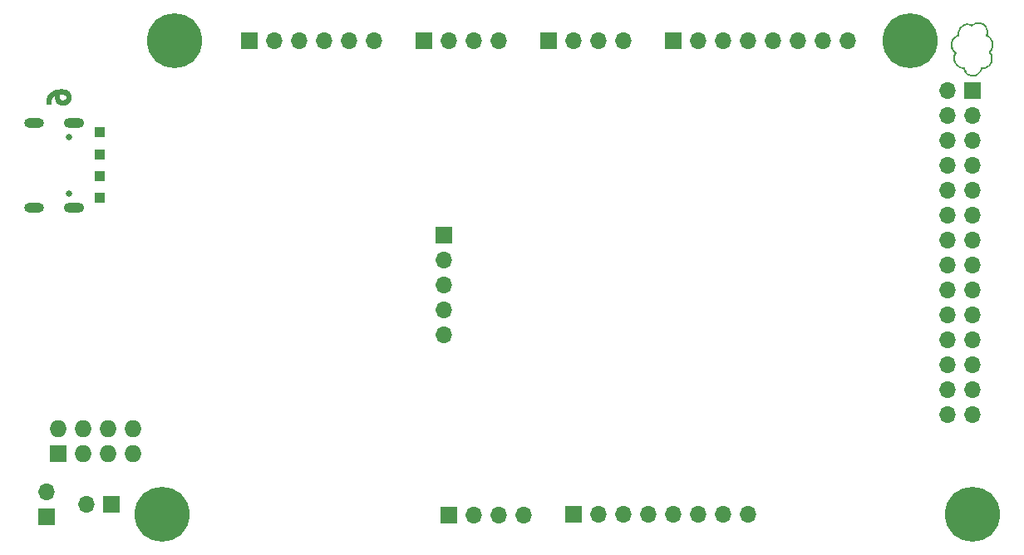
<source format=gbr>
G04 #@! TF.GenerationSoftware,KiCad,Pcbnew,5.1.10-88a1d61d58~90~ubuntu20.04.1*
G04 #@! TF.CreationDate,2021-10-17T22:22:07+02:00*
G04 #@! TF.ProjectId,PSLab,50534c61-622e-46b6-9963-61645f706362,v6.1*
G04 #@! TF.SameCoordinates,Original*
G04 #@! TF.FileFunction,Soldermask,Bot*
G04 #@! TF.FilePolarity,Negative*
%FSLAX46Y46*%
G04 Gerber Fmt 4.6, Leading zero omitted, Abs format (unit mm)*
G04 Created by KiCad (PCBNEW 5.1.10-88a1d61d58~90~ubuntu20.04.1) date 2021-10-17 22:22:07*
%MOMM*%
%LPD*%
G01*
G04 APERTURE LIST*
%ADD10C,0.010000*%
%ADD11O,1.700000X1.700000*%
%ADD12R,1.700000X1.700000*%
%ADD13R,1.000000X1.000000*%
%ADD14R,1.727200X1.727200*%
%ADD15O,1.727200X1.727200*%
%ADD16O,2.100000X1.000000*%
%ADD17O,2.000000X1.000000*%
%ADD18C,0.650000*%
%ADD19C,5.600000*%
G04 APERTURE END LIST*
D10*
G36*
X188169409Y-60888368D02*
G01*
X188285231Y-60918642D01*
X188394926Y-60963500D01*
X188497524Y-61022029D01*
X188592053Y-61093319D01*
X188677541Y-61176455D01*
X188753016Y-61270527D01*
X188817508Y-61374621D01*
X188870043Y-61487826D01*
X188909651Y-61609229D01*
X188929565Y-61700890D01*
X188937774Y-61769424D01*
X188940976Y-61847067D01*
X188939372Y-61928212D01*
X188933160Y-62007251D01*
X188922543Y-62078577D01*
X188914824Y-62112772D01*
X188894389Y-62190611D01*
X188928800Y-62203753D01*
X188964469Y-62220657D01*
X189008524Y-62246529D01*
X189057065Y-62278686D01*
X189106193Y-62314443D01*
X189152008Y-62351114D01*
X189183249Y-62378923D01*
X189270650Y-62473113D01*
X189345010Y-62577692D01*
X189405734Y-62691563D01*
X189452227Y-62813633D01*
X189480674Y-62925839D01*
X189489211Y-62985328D01*
X189494180Y-63055647D01*
X189495580Y-63131073D01*
X189493413Y-63205885D01*
X189487678Y-63274360D01*
X189480674Y-63319961D01*
X189450618Y-63435801D01*
X189407596Y-63548261D01*
X189353205Y-63654117D01*
X189289042Y-63750144D01*
X189236669Y-63812488D01*
X189190020Y-63862605D01*
X189245065Y-63943603D01*
X189311525Y-64053708D01*
X189362028Y-64165738D01*
X189397221Y-64281814D01*
X189417750Y-64404063D01*
X189424267Y-64531791D01*
X189417481Y-64664413D01*
X189396729Y-64788629D01*
X189361423Y-64906419D01*
X189310973Y-65019761D01*
X189246872Y-65127531D01*
X189209046Y-65178101D01*
X189161543Y-65232557D01*
X189108545Y-65286717D01*
X189054234Y-65336396D01*
X189002794Y-65377413D01*
X188984000Y-65390430D01*
X188883488Y-65447542D01*
X188776474Y-65491990D01*
X188665899Y-65522975D01*
X188554701Y-65539700D01*
X188445820Y-65541367D01*
X188431550Y-65540403D01*
X188395652Y-65537979D01*
X188373463Y-65537744D01*
X188361862Y-65540010D01*
X188357729Y-65545094D01*
X188357467Y-65547863D01*
X188354301Y-65567263D01*
X188345693Y-65598431D01*
X188332978Y-65637616D01*
X188317490Y-65681068D01*
X188300565Y-65725036D01*
X188283536Y-65765770D01*
X188268322Y-65798367D01*
X188203268Y-65909804D01*
X188126561Y-66009984D01*
X188039211Y-66098113D01*
X187942229Y-66173395D01*
X187836625Y-66235032D01*
X187723409Y-66282231D01*
X187616765Y-66311511D01*
X187553783Y-66321282D01*
X187481695Y-66326779D01*
X187407412Y-66327832D01*
X187337849Y-66324274D01*
X187297741Y-66319294D01*
X187179607Y-66291508D01*
X187066723Y-66248251D01*
X186960384Y-66190519D01*
X186861885Y-66119306D01*
X186772519Y-66035608D01*
X186693582Y-65940417D01*
X186626367Y-65834731D01*
X186599810Y-65783008D01*
X186574532Y-65724155D01*
X186549803Y-65656015D01*
X186528252Y-65586108D01*
X186520003Y-65554916D01*
X186511062Y-65518898D01*
X186466948Y-65524065D01*
X186437605Y-65525392D01*
X186398697Y-65524340D01*
X186357388Y-65521158D01*
X186346260Y-65519905D01*
X186220372Y-65496408D01*
X186101578Y-65457738D01*
X185990616Y-65404419D01*
X185888226Y-65336973D01*
X185795145Y-65255923D01*
X185712112Y-65161792D01*
X185639866Y-65055103D01*
X185608018Y-64997211D01*
X185559004Y-64887416D01*
X185524531Y-64776780D01*
X185503763Y-64661741D01*
X185495861Y-64538742D01*
X185495734Y-64519900D01*
X185503437Y-64385019D01*
X185526506Y-64256876D01*
X185564880Y-64135734D01*
X185608659Y-64040024D01*
X185645164Y-63970782D01*
X185605249Y-63940342D01*
X185563477Y-63904740D01*
X185517144Y-63859079D01*
X185470340Y-63807857D01*
X185427161Y-63755568D01*
X185391699Y-63706709D01*
X185389535Y-63703416D01*
X185325945Y-63591732D01*
X185278078Y-63475491D01*
X185245609Y-63353567D01*
X185228212Y-63224837D01*
X185224891Y-63134096D01*
X185301168Y-63134096D01*
X185309442Y-63257466D01*
X185333099Y-63377999D01*
X185371292Y-63493969D01*
X185423175Y-63603653D01*
X185487901Y-63705326D01*
X185564623Y-63797264D01*
X185652496Y-63877741D01*
X185674514Y-63894686D01*
X185701345Y-63915605D01*
X185722609Y-63933987D01*
X185734737Y-63946685D01*
X185736080Y-63948968D01*
X185734028Y-63960482D01*
X185725232Y-63983795D01*
X185711006Y-64015815D01*
X185692664Y-64053450D01*
X185686904Y-64064698D01*
X185664984Y-64108991D01*
X185644378Y-64154095D01*
X185627321Y-64194899D01*
X185616048Y-64226290D01*
X185615593Y-64227800D01*
X185586671Y-64353208D01*
X185573742Y-64478519D01*
X185576375Y-64602395D01*
X185594139Y-64723498D01*
X185626601Y-64840488D01*
X185673332Y-64952028D01*
X185733899Y-65056779D01*
X185807871Y-65153402D01*
X185894817Y-65240558D01*
X185958463Y-65291778D01*
X186030538Y-65337879D01*
X186111038Y-65377348D01*
X186196457Y-65409196D01*
X186283288Y-65432436D01*
X186368024Y-65446079D01*
X186447161Y-65449136D01*
X186499034Y-65444173D01*
X186537545Y-65440132D01*
X186563359Y-65444453D01*
X186579416Y-65459000D01*
X186588655Y-65485642D01*
X186591475Y-65502846D01*
X186596864Y-65531434D01*
X186606147Y-65569336D01*
X186617641Y-65609877D01*
X186622069Y-65624065D01*
X186667731Y-65740210D01*
X186726773Y-65847510D01*
X186798152Y-65944889D01*
X186880824Y-66031267D01*
X186973745Y-66105567D01*
X187075873Y-66166711D01*
X187186162Y-66213621D01*
X187196246Y-66217039D01*
X187283008Y-66238755D01*
X187378278Y-66250097D01*
X187477067Y-66250914D01*
X187574383Y-66241057D01*
X187629334Y-66230115D01*
X187695823Y-66209507D01*
X187768287Y-66179177D01*
X187841251Y-66141875D01*
X187909237Y-66100354D01*
X187957006Y-66065432D01*
X188036888Y-65991120D01*
X188109328Y-65903895D01*
X188172382Y-65806858D01*
X188224111Y-65703109D01*
X188262574Y-65595751D01*
X188271174Y-65563553D01*
X188281208Y-65525020D01*
X188290785Y-65492305D01*
X188298759Y-65469090D01*
X188303627Y-65459353D01*
X188314501Y-65455532D01*
X188337432Y-65454954D01*
X188374190Y-65457643D01*
X188402125Y-65460660D01*
X188512939Y-65465304D01*
X188621807Y-65453958D01*
X188727537Y-65427549D01*
X188828940Y-65387002D01*
X188924825Y-65333243D01*
X189014000Y-65267201D01*
X189095276Y-65189800D01*
X189167461Y-65101966D01*
X189229366Y-65004627D01*
X189279798Y-64898709D01*
X189317568Y-64785138D01*
X189328382Y-64740034D01*
X189337403Y-64682432D01*
X189342778Y-64614153D01*
X189344558Y-64540221D01*
X189342792Y-64465659D01*
X189337533Y-64395493D01*
X189328830Y-64334747D01*
X189324067Y-64312875D01*
X189286759Y-64193521D01*
X189236293Y-64081129D01*
X189173988Y-63978401D01*
X189137029Y-63929308D01*
X189116826Y-63902801D01*
X189101727Y-63879939D01*
X189094382Y-63864823D01*
X189094067Y-63862795D01*
X189099588Y-63851272D01*
X189114495Y-63830880D01*
X189136302Y-63804828D01*
X189154733Y-63784521D01*
X189237212Y-63684702D01*
X189304402Y-63577750D01*
X189356129Y-63464167D01*
X189392219Y-63344457D01*
X189412497Y-63219121D01*
X189416788Y-63088664D01*
X189414152Y-63037340D01*
X189397254Y-62918595D01*
X189365095Y-62803725D01*
X189318757Y-62694286D01*
X189259320Y-62591835D01*
X189187868Y-62497930D01*
X189105480Y-62414127D01*
X189013240Y-62341982D01*
X188912228Y-62283053D01*
X188879517Y-62267806D01*
X188847332Y-62252133D01*
X188823230Y-62237404D01*
X188810795Y-62225861D01*
X188810071Y-62224291D01*
X188810067Y-62209177D01*
X188814487Y-62183250D01*
X188822402Y-62151763D01*
X188823652Y-62147492D01*
X188851871Y-62024297D01*
X188863850Y-61900567D01*
X188859974Y-61777754D01*
X188840625Y-61657309D01*
X188806186Y-61540686D01*
X188757041Y-61429336D01*
X188693571Y-61324710D01*
X188616161Y-61228261D01*
X188568392Y-61179800D01*
X188474078Y-61102020D01*
X188371739Y-61039147D01*
X188261422Y-60991208D01*
X188196600Y-60971010D01*
X188145576Y-60960766D01*
X188084150Y-60953984D01*
X188017292Y-60950720D01*
X187949970Y-60951026D01*
X187887155Y-60954959D01*
X187833815Y-60962571D01*
X187815600Y-60966834D01*
X187717791Y-60997865D01*
X187630863Y-61035593D01*
X187550294Y-61082535D01*
X187471565Y-61141208D01*
X187417467Y-61188451D01*
X187393019Y-61210066D01*
X187372864Y-61226309D01*
X187360504Y-61234405D01*
X187358942Y-61234834D01*
X187348652Y-61231080D01*
X187326744Y-61220879D01*
X187296504Y-61205819D01*
X187263618Y-61188756D01*
X187218961Y-61166824D01*
X187169827Y-61145317D01*
X187123560Y-61127346D01*
X187100167Y-61119534D01*
X187068479Y-61110401D01*
X187040732Y-61103992D01*
X187012616Y-61099814D01*
X186979818Y-61097372D01*
X186938030Y-61096171D01*
X186892734Y-61095761D01*
X186833986Y-61096036D01*
X186788042Y-61097713D01*
X186750804Y-61101119D01*
X186718178Y-61106581D01*
X186698000Y-61111260D01*
X186585729Y-61148226D01*
X186481081Y-61199488D01*
X186384927Y-61263817D01*
X186298133Y-61339981D01*
X186221568Y-61426752D01*
X186156100Y-61522897D01*
X186102598Y-61627187D01*
X186061929Y-61738391D01*
X186034962Y-61855279D01*
X186022565Y-61976621D01*
X186023227Y-62067542D01*
X186025695Y-62106980D01*
X186028471Y-62140850D01*
X186031187Y-62165155D01*
X186033150Y-62175248D01*
X186032845Y-62192995D01*
X186017225Y-62209237D01*
X185985694Y-62224416D01*
X185952934Y-62234898D01*
X185843736Y-62274020D01*
X185741783Y-62327548D01*
X185648026Y-62394169D01*
X185563420Y-62472568D01*
X185488917Y-62561429D01*
X185425468Y-62659440D01*
X185374028Y-62765285D01*
X185335549Y-62877649D01*
X185310984Y-62995219D01*
X185301285Y-63116680D01*
X185301168Y-63134096D01*
X185224891Y-63134096D01*
X185224827Y-63132374D01*
X185232610Y-62997109D01*
X185255956Y-62868473D01*
X185294966Y-62746194D01*
X185349742Y-62629995D01*
X185420383Y-62519604D01*
X185477172Y-62448137D01*
X185549230Y-62374925D01*
X185633281Y-62307360D01*
X185724985Y-62248321D01*
X185820002Y-62200687D01*
X185889434Y-62174620D01*
X185948700Y-62155758D01*
X185945900Y-62040930D01*
X185950464Y-61905599D01*
X185970710Y-61775775D01*
X186006379Y-61652124D01*
X186057209Y-61535310D01*
X186122943Y-61425996D01*
X186203321Y-61324849D01*
X186240709Y-61285634D01*
X186335616Y-61202331D01*
X186437392Y-61133955D01*
X186544841Y-61080715D01*
X186656765Y-61042821D01*
X186771967Y-61020482D01*
X186889251Y-61013909D01*
X187007419Y-61023311D01*
X187125273Y-61048898D01*
X187241617Y-61090881D01*
X187272081Y-61104800D01*
X187350862Y-61142434D01*
X187394848Y-61102864D01*
X187490997Y-61027556D01*
X187595606Y-60966462D01*
X187707154Y-60920114D01*
X187824119Y-60889046D01*
X187944981Y-60873791D01*
X188048434Y-60873590D01*
X188169409Y-60888368D01*
G37*
X188169409Y-60888368D02*
X188285231Y-60918642D01*
X188394926Y-60963500D01*
X188497524Y-61022029D01*
X188592053Y-61093319D01*
X188677541Y-61176455D01*
X188753016Y-61270527D01*
X188817508Y-61374621D01*
X188870043Y-61487826D01*
X188909651Y-61609229D01*
X188929565Y-61700890D01*
X188937774Y-61769424D01*
X188940976Y-61847067D01*
X188939372Y-61928212D01*
X188933160Y-62007251D01*
X188922543Y-62078577D01*
X188914824Y-62112772D01*
X188894389Y-62190611D01*
X188928800Y-62203753D01*
X188964469Y-62220657D01*
X189008524Y-62246529D01*
X189057065Y-62278686D01*
X189106193Y-62314443D01*
X189152008Y-62351114D01*
X189183249Y-62378923D01*
X189270650Y-62473113D01*
X189345010Y-62577692D01*
X189405734Y-62691563D01*
X189452227Y-62813633D01*
X189480674Y-62925839D01*
X189489211Y-62985328D01*
X189494180Y-63055647D01*
X189495580Y-63131073D01*
X189493413Y-63205885D01*
X189487678Y-63274360D01*
X189480674Y-63319961D01*
X189450618Y-63435801D01*
X189407596Y-63548261D01*
X189353205Y-63654117D01*
X189289042Y-63750144D01*
X189236669Y-63812488D01*
X189190020Y-63862605D01*
X189245065Y-63943603D01*
X189311525Y-64053708D01*
X189362028Y-64165738D01*
X189397221Y-64281814D01*
X189417750Y-64404063D01*
X189424267Y-64531791D01*
X189417481Y-64664413D01*
X189396729Y-64788629D01*
X189361423Y-64906419D01*
X189310973Y-65019761D01*
X189246872Y-65127531D01*
X189209046Y-65178101D01*
X189161543Y-65232557D01*
X189108545Y-65286717D01*
X189054234Y-65336396D01*
X189002794Y-65377413D01*
X188984000Y-65390430D01*
X188883488Y-65447542D01*
X188776474Y-65491990D01*
X188665899Y-65522975D01*
X188554701Y-65539700D01*
X188445820Y-65541367D01*
X188431550Y-65540403D01*
X188395652Y-65537979D01*
X188373463Y-65537744D01*
X188361862Y-65540010D01*
X188357729Y-65545094D01*
X188357467Y-65547863D01*
X188354301Y-65567263D01*
X188345693Y-65598431D01*
X188332978Y-65637616D01*
X188317490Y-65681068D01*
X188300565Y-65725036D01*
X188283536Y-65765770D01*
X188268322Y-65798367D01*
X188203268Y-65909804D01*
X188126561Y-66009984D01*
X188039211Y-66098113D01*
X187942229Y-66173395D01*
X187836625Y-66235032D01*
X187723409Y-66282231D01*
X187616765Y-66311511D01*
X187553783Y-66321282D01*
X187481695Y-66326779D01*
X187407412Y-66327832D01*
X187337849Y-66324274D01*
X187297741Y-66319294D01*
X187179607Y-66291508D01*
X187066723Y-66248251D01*
X186960384Y-66190519D01*
X186861885Y-66119306D01*
X186772519Y-66035608D01*
X186693582Y-65940417D01*
X186626367Y-65834731D01*
X186599810Y-65783008D01*
X186574532Y-65724155D01*
X186549803Y-65656015D01*
X186528252Y-65586108D01*
X186520003Y-65554916D01*
X186511062Y-65518898D01*
X186466948Y-65524065D01*
X186437605Y-65525392D01*
X186398697Y-65524340D01*
X186357388Y-65521158D01*
X186346260Y-65519905D01*
X186220372Y-65496408D01*
X186101578Y-65457738D01*
X185990616Y-65404419D01*
X185888226Y-65336973D01*
X185795145Y-65255923D01*
X185712112Y-65161792D01*
X185639866Y-65055103D01*
X185608018Y-64997211D01*
X185559004Y-64887416D01*
X185524531Y-64776780D01*
X185503763Y-64661741D01*
X185495861Y-64538742D01*
X185495734Y-64519900D01*
X185503437Y-64385019D01*
X185526506Y-64256876D01*
X185564880Y-64135734D01*
X185608659Y-64040024D01*
X185645164Y-63970782D01*
X185605249Y-63940342D01*
X185563477Y-63904740D01*
X185517144Y-63859079D01*
X185470340Y-63807857D01*
X185427161Y-63755568D01*
X185391699Y-63706709D01*
X185389535Y-63703416D01*
X185325945Y-63591732D01*
X185278078Y-63475491D01*
X185245609Y-63353567D01*
X185228212Y-63224837D01*
X185224891Y-63134096D01*
X185301168Y-63134096D01*
X185309442Y-63257466D01*
X185333099Y-63377999D01*
X185371292Y-63493969D01*
X185423175Y-63603653D01*
X185487901Y-63705326D01*
X185564623Y-63797264D01*
X185652496Y-63877741D01*
X185674514Y-63894686D01*
X185701345Y-63915605D01*
X185722609Y-63933987D01*
X185734737Y-63946685D01*
X185736080Y-63948968D01*
X185734028Y-63960482D01*
X185725232Y-63983795D01*
X185711006Y-64015815D01*
X185692664Y-64053450D01*
X185686904Y-64064698D01*
X185664984Y-64108991D01*
X185644378Y-64154095D01*
X185627321Y-64194899D01*
X185616048Y-64226290D01*
X185615593Y-64227800D01*
X185586671Y-64353208D01*
X185573742Y-64478519D01*
X185576375Y-64602395D01*
X185594139Y-64723498D01*
X185626601Y-64840488D01*
X185673332Y-64952028D01*
X185733899Y-65056779D01*
X185807871Y-65153402D01*
X185894817Y-65240558D01*
X185958463Y-65291778D01*
X186030538Y-65337879D01*
X186111038Y-65377348D01*
X186196457Y-65409196D01*
X186283288Y-65432436D01*
X186368024Y-65446079D01*
X186447161Y-65449136D01*
X186499034Y-65444173D01*
X186537545Y-65440132D01*
X186563359Y-65444453D01*
X186579416Y-65459000D01*
X186588655Y-65485642D01*
X186591475Y-65502846D01*
X186596864Y-65531434D01*
X186606147Y-65569336D01*
X186617641Y-65609877D01*
X186622069Y-65624065D01*
X186667731Y-65740210D01*
X186726773Y-65847510D01*
X186798152Y-65944889D01*
X186880824Y-66031267D01*
X186973745Y-66105567D01*
X187075873Y-66166711D01*
X187186162Y-66213621D01*
X187196246Y-66217039D01*
X187283008Y-66238755D01*
X187378278Y-66250097D01*
X187477067Y-66250914D01*
X187574383Y-66241057D01*
X187629334Y-66230115D01*
X187695823Y-66209507D01*
X187768287Y-66179177D01*
X187841251Y-66141875D01*
X187909237Y-66100354D01*
X187957006Y-66065432D01*
X188036888Y-65991120D01*
X188109328Y-65903895D01*
X188172382Y-65806858D01*
X188224111Y-65703109D01*
X188262574Y-65595751D01*
X188271174Y-65563553D01*
X188281208Y-65525020D01*
X188290785Y-65492305D01*
X188298759Y-65469090D01*
X188303627Y-65459353D01*
X188314501Y-65455532D01*
X188337432Y-65454954D01*
X188374190Y-65457643D01*
X188402125Y-65460660D01*
X188512939Y-65465304D01*
X188621807Y-65453958D01*
X188727537Y-65427549D01*
X188828940Y-65387002D01*
X188924825Y-65333243D01*
X189014000Y-65267201D01*
X189095276Y-65189800D01*
X189167461Y-65101966D01*
X189229366Y-65004627D01*
X189279798Y-64898709D01*
X189317568Y-64785138D01*
X189328382Y-64740034D01*
X189337403Y-64682432D01*
X189342778Y-64614153D01*
X189344558Y-64540221D01*
X189342792Y-64465659D01*
X189337533Y-64395493D01*
X189328830Y-64334747D01*
X189324067Y-64312875D01*
X189286759Y-64193521D01*
X189236293Y-64081129D01*
X189173988Y-63978401D01*
X189137029Y-63929308D01*
X189116826Y-63902801D01*
X189101727Y-63879939D01*
X189094382Y-63864823D01*
X189094067Y-63862795D01*
X189099588Y-63851272D01*
X189114495Y-63830880D01*
X189136302Y-63804828D01*
X189154733Y-63784521D01*
X189237212Y-63684702D01*
X189304402Y-63577750D01*
X189356129Y-63464167D01*
X189392219Y-63344457D01*
X189412497Y-63219121D01*
X189416788Y-63088664D01*
X189414152Y-63037340D01*
X189397254Y-62918595D01*
X189365095Y-62803725D01*
X189318757Y-62694286D01*
X189259320Y-62591835D01*
X189187868Y-62497930D01*
X189105480Y-62414127D01*
X189013240Y-62341982D01*
X188912228Y-62283053D01*
X188879517Y-62267806D01*
X188847332Y-62252133D01*
X188823230Y-62237404D01*
X188810795Y-62225861D01*
X188810071Y-62224291D01*
X188810067Y-62209177D01*
X188814487Y-62183250D01*
X188822402Y-62151763D01*
X188823652Y-62147492D01*
X188851871Y-62024297D01*
X188863850Y-61900567D01*
X188859974Y-61777754D01*
X188840625Y-61657309D01*
X188806186Y-61540686D01*
X188757041Y-61429336D01*
X188693571Y-61324710D01*
X188616161Y-61228261D01*
X188568392Y-61179800D01*
X188474078Y-61102020D01*
X188371739Y-61039147D01*
X188261422Y-60991208D01*
X188196600Y-60971010D01*
X188145576Y-60960766D01*
X188084150Y-60953984D01*
X188017292Y-60950720D01*
X187949970Y-60951026D01*
X187887155Y-60954959D01*
X187833815Y-60962571D01*
X187815600Y-60966834D01*
X187717791Y-60997865D01*
X187630863Y-61035593D01*
X187550294Y-61082535D01*
X187471565Y-61141208D01*
X187417467Y-61188451D01*
X187393019Y-61210066D01*
X187372864Y-61226309D01*
X187360504Y-61234405D01*
X187358942Y-61234834D01*
X187348652Y-61231080D01*
X187326744Y-61220879D01*
X187296504Y-61205819D01*
X187263618Y-61188756D01*
X187218961Y-61166824D01*
X187169827Y-61145317D01*
X187123560Y-61127346D01*
X187100167Y-61119534D01*
X187068479Y-61110401D01*
X187040732Y-61103992D01*
X187012616Y-61099814D01*
X186979818Y-61097372D01*
X186938030Y-61096171D01*
X186892734Y-61095761D01*
X186833986Y-61096036D01*
X186788042Y-61097713D01*
X186750804Y-61101119D01*
X186718178Y-61106581D01*
X186698000Y-61111260D01*
X186585729Y-61148226D01*
X186481081Y-61199488D01*
X186384927Y-61263817D01*
X186298133Y-61339981D01*
X186221568Y-61426752D01*
X186156100Y-61522897D01*
X186102598Y-61627187D01*
X186061929Y-61738391D01*
X186034962Y-61855279D01*
X186022565Y-61976621D01*
X186023227Y-62067542D01*
X186025695Y-62106980D01*
X186028471Y-62140850D01*
X186031187Y-62165155D01*
X186033150Y-62175248D01*
X186032845Y-62192995D01*
X186017225Y-62209237D01*
X185985694Y-62224416D01*
X185952934Y-62234898D01*
X185843736Y-62274020D01*
X185741783Y-62327548D01*
X185648026Y-62394169D01*
X185563420Y-62472568D01*
X185488917Y-62561429D01*
X185425468Y-62659440D01*
X185374028Y-62765285D01*
X185335549Y-62877649D01*
X185310984Y-62995219D01*
X185301285Y-63116680D01*
X185301168Y-63134096D01*
X185224891Y-63134096D01*
X185224827Y-63132374D01*
X185232610Y-62997109D01*
X185255956Y-62868473D01*
X185294966Y-62746194D01*
X185349742Y-62629995D01*
X185420383Y-62519604D01*
X185477172Y-62448137D01*
X185549230Y-62374925D01*
X185633281Y-62307360D01*
X185724985Y-62248321D01*
X185820002Y-62200687D01*
X185889434Y-62174620D01*
X185948700Y-62155758D01*
X185945900Y-62040930D01*
X185950464Y-61905599D01*
X185970710Y-61775775D01*
X186006379Y-61652124D01*
X186057209Y-61535310D01*
X186122943Y-61425996D01*
X186203321Y-61324849D01*
X186240709Y-61285634D01*
X186335616Y-61202331D01*
X186437392Y-61133955D01*
X186544841Y-61080715D01*
X186656765Y-61042821D01*
X186771967Y-61020482D01*
X186889251Y-61013909D01*
X187007419Y-61023311D01*
X187125273Y-61048898D01*
X187241617Y-61090881D01*
X187272081Y-61104800D01*
X187350862Y-61142434D01*
X187394848Y-61102864D01*
X187490997Y-61027556D01*
X187595606Y-60966462D01*
X187707154Y-60920114D01*
X187824119Y-60889046D01*
X187944981Y-60873791D01*
X188048434Y-60873590D01*
X188169409Y-60888368D01*
G36*
X94622878Y-67708101D02*
G01*
X94684914Y-67708904D01*
X94735792Y-67710464D01*
X94778397Y-67712920D01*
X94815613Y-67716411D01*
X94850324Y-67721079D01*
X94864047Y-67723288D01*
X94992573Y-67750239D01*
X95106987Y-67785801D01*
X95207978Y-67830358D01*
X95296235Y-67884297D01*
X95372446Y-67948000D01*
X95437301Y-68021853D01*
X95462114Y-68057201D01*
X95509015Y-68142878D01*
X95545389Y-68239060D01*
X95570876Y-68342711D01*
X95585115Y-68450796D01*
X95587747Y-68560280D01*
X95578413Y-68668126D01*
X95556753Y-68771300D01*
X95549573Y-68795367D01*
X95511441Y-68888058D01*
X95458573Y-68973960D01*
X95392114Y-69052165D01*
X95313208Y-69121767D01*
X95222998Y-69181859D01*
X95122628Y-69231534D01*
X95013241Y-69269885D01*
X94924535Y-69290947D01*
X94868855Y-69298417D01*
X94802335Y-69302365D01*
X94730685Y-69302856D01*
X94659612Y-69299951D01*
X94594827Y-69293715D01*
X94553447Y-69286817D01*
X94449278Y-69259845D01*
X94358922Y-69225342D01*
X94280553Y-69182280D01*
X94212350Y-69129628D01*
X94152488Y-69066358D01*
X94143980Y-69055715D01*
X94089268Y-68975287D01*
X94046587Y-68888437D01*
X94015110Y-68792919D01*
X93994009Y-68686487D01*
X93987259Y-68630199D01*
X93982816Y-68560208D01*
X93984827Y-68497915D01*
X93988908Y-68470714D01*
X94388488Y-68470714D01*
X94394754Y-68546256D01*
X94410603Y-68615582D01*
X94435734Y-68676426D01*
X94469844Y-68726521D01*
X94500234Y-68754994D01*
X94540566Y-68779830D01*
X94590179Y-68802061D01*
X94641429Y-68818513D01*
X94665334Y-68823588D01*
X94704507Y-68827330D01*
X94753244Y-68828000D01*
X94804501Y-68825835D01*
X94851237Y-68821072D01*
X94877000Y-68816436D01*
X94934090Y-68801190D01*
X94979880Y-68783869D01*
X95020002Y-68762192D01*
X95034382Y-68752718D01*
X95089279Y-68708213D01*
X95128307Y-68660315D01*
X95152469Y-68607075D01*
X95162767Y-68546543D01*
X95162568Y-68503467D01*
X95154557Y-68441308D01*
X95139830Y-68396028D01*
X95108448Y-68347883D01*
X95062406Y-68303654D01*
X95003782Y-68264706D01*
X94934658Y-68232405D01*
X94857111Y-68208117D01*
X94851600Y-68206794D01*
X94816952Y-68200305D01*
X94773248Y-68195263D01*
X94718177Y-68191480D01*
X94649426Y-68188772D01*
X94617616Y-68187948D01*
X94447132Y-68184055D01*
X94430211Y-68229461D01*
X94405914Y-68310050D01*
X94392107Y-68391223D01*
X94388488Y-68470714D01*
X93988908Y-68470714D01*
X93994021Y-68436647D01*
X94011128Y-68369731D01*
X94018270Y-68346422D01*
X94027715Y-68314827D01*
X94034156Y-68289907D01*
X94036616Y-68275608D01*
X94036299Y-68273777D01*
X94025998Y-68274010D01*
X94004589Y-68280563D01*
X93975931Y-68291837D01*
X93943881Y-68306233D01*
X93912300Y-68322151D01*
X93892474Y-68333382D01*
X93832073Y-68373746D01*
X93781319Y-68417504D01*
X93734202Y-68470103D01*
X93716525Y-68492844D01*
X93660849Y-68576305D01*
X93614808Y-68666787D01*
X93577848Y-68766020D01*
X93549416Y-68875735D01*
X93528957Y-68997659D01*
X93517199Y-69115183D01*
X93513912Y-69152947D01*
X93510312Y-69176645D01*
X93505688Y-69189140D01*
X93499332Y-69193295D01*
X93497835Y-69193377D01*
X93485553Y-69192754D01*
X93459143Y-69191085D01*
X93421366Y-69188558D01*
X93374983Y-69185356D01*
X93322755Y-69181665D01*
X93310667Y-69180800D01*
X93257078Y-69177014D01*
X93208307Y-69173679D01*
X93167227Y-69170983D01*
X93136708Y-69169113D01*
X93119622Y-69168257D01*
X93118050Y-69168223D01*
X93109124Y-69167310D01*
X93103540Y-69162569D01*
X93100521Y-69150786D01*
X93099289Y-69128750D01*
X93099067Y-69093248D01*
X93099070Y-69089783D01*
X93105972Y-68952941D01*
X93125755Y-68812390D01*
X93157384Y-68672761D01*
X93199827Y-68538683D01*
X93247668Y-68423938D01*
X93316890Y-68296761D01*
X93398510Y-68181024D01*
X93492190Y-68077010D01*
X93597591Y-67985002D01*
X93714372Y-67905283D01*
X93842195Y-67838136D01*
X93980721Y-67783845D01*
X94035429Y-67766836D01*
X94101232Y-67748987D01*
X94163846Y-67734923D01*
X94226609Y-67724259D01*
X94292859Y-67716611D01*
X94365935Y-67711594D01*
X94449175Y-67708824D01*
X94545917Y-67707915D01*
X94546800Y-67707915D01*
X94622878Y-67708101D01*
G37*
X94622878Y-67708101D02*
X94684914Y-67708904D01*
X94735792Y-67710464D01*
X94778397Y-67712920D01*
X94815613Y-67716411D01*
X94850324Y-67721079D01*
X94864047Y-67723288D01*
X94992573Y-67750239D01*
X95106987Y-67785801D01*
X95207978Y-67830358D01*
X95296235Y-67884297D01*
X95372446Y-67948000D01*
X95437301Y-68021853D01*
X95462114Y-68057201D01*
X95509015Y-68142878D01*
X95545389Y-68239060D01*
X95570876Y-68342711D01*
X95585115Y-68450796D01*
X95587747Y-68560280D01*
X95578413Y-68668126D01*
X95556753Y-68771300D01*
X95549573Y-68795367D01*
X95511441Y-68888058D01*
X95458573Y-68973960D01*
X95392114Y-69052165D01*
X95313208Y-69121767D01*
X95222998Y-69181859D01*
X95122628Y-69231534D01*
X95013241Y-69269885D01*
X94924535Y-69290947D01*
X94868855Y-69298417D01*
X94802335Y-69302365D01*
X94730685Y-69302856D01*
X94659612Y-69299951D01*
X94594827Y-69293715D01*
X94553447Y-69286817D01*
X94449278Y-69259845D01*
X94358922Y-69225342D01*
X94280553Y-69182280D01*
X94212350Y-69129628D01*
X94152488Y-69066358D01*
X94143980Y-69055715D01*
X94089268Y-68975287D01*
X94046587Y-68888437D01*
X94015110Y-68792919D01*
X93994009Y-68686487D01*
X93987259Y-68630199D01*
X93982816Y-68560208D01*
X93984827Y-68497915D01*
X93988908Y-68470714D01*
X94388488Y-68470714D01*
X94394754Y-68546256D01*
X94410603Y-68615582D01*
X94435734Y-68676426D01*
X94469844Y-68726521D01*
X94500234Y-68754994D01*
X94540566Y-68779830D01*
X94590179Y-68802061D01*
X94641429Y-68818513D01*
X94665334Y-68823588D01*
X94704507Y-68827330D01*
X94753244Y-68828000D01*
X94804501Y-68825835D01*
X94851237Y-68821072D01*
X94877000Y-68816436D01*
X94934090Y-68801190D01*
X94979880Y-68783869D01*
X95020002Y-68762192D01*
X95034382Y-68752718D01*
X95089279Y-68708213D01*
X95128307Y-68660315D01*
X95152469Y-68607075D01*
X95162767Y-68546543D01*
X95162568Y-68503467D01*
X95154557Y-68441308D01*
X95139830Y-68396028D01*
X95108448Y-68347883D01*
X95062406Y-68303654D01*
X95003782Y-68264706D01*
X94934658Y-68232405D01*
X94857111Y-68208117D01*
X94851600Y-68206794D01*
X94816952Y-68200305D01*
X94773248Y-68195263D01*
X94718177Y-68191480D01*
X94649426Y-68188772D01*
X94617616Y-68187948D01*
X94447132Y-68184055D01*
X94430211Y-68229461D01*
X94405914Y-68310050D01*
X94392107Y-68391223D01*
X94388488Y-68470714D01*
X93988908Y-68470714D01*
X93994021Y-68436647D01*
X94011128Y-68369731D01*
X94018270Y-68346422D01*
X94027715Y-68314827D01*
X94034156Y-68289907D01*
X94036616Y-68275608D01*
X94036299Y-68273777D01*
X94025998Y-68274010D01*
X94004589Y-68280563D01*
X93975931Y-68291837D01*
X93943881Y-68306233D01*
X93912300Y-68322151D01*
X93892474Y-68333382D01*
X93832073Y-68373746D01*
X93781319Y-68417504D01*
X93734202Y-68470103D01*
X93716525Y-68492844D01*
X93660849Y-68576305D01*
X93614808Y-68666787D01*
X93577848Y-68766020D01*
X93549416Y-68875735D01*
X93528957Y-68997659D01*
X93517199Y-69115183D01*
X93513912Y-69152947D01*
X93510312Y-69176645D01*
X93505688Y-69189140D01*
X93499332Y-69193295D01*
X93497835Y-69193377D01*
X93485553Y-69192754D01*
X93459143Y-69191085D01*
X93421366Y-69188558D01*
X93374983Y-69185356D01*
X93322755Y-69181665D01*
X93310667Y-69180800D01*
X93257078Y-69177014D01*
X93208307Y-69173679D01*
X93167227Y-69170983D01*
X93136708Y-69169113D01*
X93119622Y-69168257D01*
X93118050Y-69168223D01*
X93109124Y-69167310D01*
X93103540Y-69162569D01*
X93100521Y-69150786D01*
X93099289Y-69128750D01*
X93099067Y-69093248D01*
X93099070Y-69089783D01*
X93105972Y-68952941D01*
X93125755Y-68812390D01*
X93157384Y-68672761D01*
X93199827Y-68538683D01*
X93247668Y-68423938D01*
X93316890Y-68296761D01*
X93398510Y-68181024D01*
X93492190Y-68077010D01*
X93597591Y-67985002D01*
X93714372Y-67905283D01*
X93842195Y-67838136D01*
X93980721Y-67783845D01*
X94035429Y-67766836D01*
X94101232Y-67748987D01*
X94163846Y-67734923D01*
X94226609Y-67724259D01*
X94292859Y-67716611D01*
X94365935Y-67711594D01*
X94449175Y-67708824D01*
X94545917Y-67707915D01*
X94546800Y-67707915D01*
X94622878Y-67708101D01*
D11*
X133612000Y-92752000D03*
X133612000Y-90212000D03*
X133612000Y-87672000D03*
X133612000Y-85132000D03*
D12*
X133612000Y-82592000D03*
D13*
X98577000Y-76571500D03*
X98579600Y-72097700D03*
X98577000Y-74351500D03*
D14*
X94305500Y-104817000D03*
D15*
X94305500Y-102277000D03*
X96845500Y-104817000D03*
X96845500Y-102277000D03*
X99385500Y-104817000D03*
X99385500Y-102277000D03*
X101925500Y-104817000D03*
X101925500Y-102277000D03*
D16*
X95945000Y-71160000D03*
X95945000Y-79800000D03*
D17*
X91865000Y-71160000D03*
X91865000Y-79800000D03*
D18*
X95445000Y-78370000D03*
X95445000Y-72590000D03*
D19*
X104880000Y-111020000D03*
X181090000Y-62780000D03*
X106150000Y-62770000D03*
X187420000Y-111010000D03*
D12*
X187460000Y-67860000D03*
D11*
X184920000Y-67860000D03*
X187460000Y-70400000D03*
X184920000Y-70400000D03*
X187460000Y-72940000D03*
X184920000Y-72940000D03*
X187460000Y-75480000D03*
X184920000Y-75480000D03*
X187460000Y-78020000D03*
X184920000Y-78020000D03*
X187460000Y-80560000D03*
X184920000Y-80560000D03*
X187460000Y-83100000D03*
X184920000Y-83100000D03*
X187460000Y-85640000D03*
X184920000Y-85640000D03*
X187460000Y-88180000D03*
X184920000Y-88180000D03*
X187460000Y-90720000D03*
X184920000Y-90720000D03*
X187460000Y-93260000D03*
X184920000Y-93260000D03*
X187460000Y-95800000D03*
X184920000Y-95800000D03*
X187460000Y-98340000D03*
X184920000Y-98340000D03*
X187460000Y-100880000D03*
X184920000Y-100880000D03*
D12*
X156980000Y-62780000D03*
D11*
X159520000Y-62780000D03*
X162060000Y-62780000D03*
X164600000Y-62780000D03*
X167140000Y-62780000D03*
X169680000Y-62780000D03*
X172220000Y-62780000D03*
X174760000Y-62780000D03*
X164600000Y-111040000D03*
X162060000Y-111040000D03*
X159520000Y-111040000D03*
X156980000Y-111040000D03*
X154440000Y-111040000D03*
X151900000Y-111040000D03*
X149360000Y-111040000D03*
D12*
X146820000Y-111040000D03*
X131580000Y-62780000D03*
D11*
X134120000Y-62780000D03*
X136660000Y-62780000D03*
X139200000Y-62780000D03*
D12*
X144280000Y-62780000D03*
D11*
X146820000Y-62780000D03*
X149360000Y-62780000D03*
X151900000Y-62780000D03*
X141740000Y-111074000D03*
X139200000Y-111074000D03*
X136660000Y-111074000D03*
D12*
X134120000Y-111074000D03*
X113800000Y-62780000D03*
D11*
X116340000Y-62780000D03*
X118880000Y-62780000D03*
X121420000Y-62780000D03*
X123960000Y-62780000D03*
X126500000Y-62780000D03*
D13*
X98577000Y-78782000D03*
D12*
X93162500Y-111294000D03*
D11*
X93162500Y-108754000D03*
D12*
X99703000Y-110024000D03*
D11*
X97163000Y-110024000D03*
M02*

</source>
